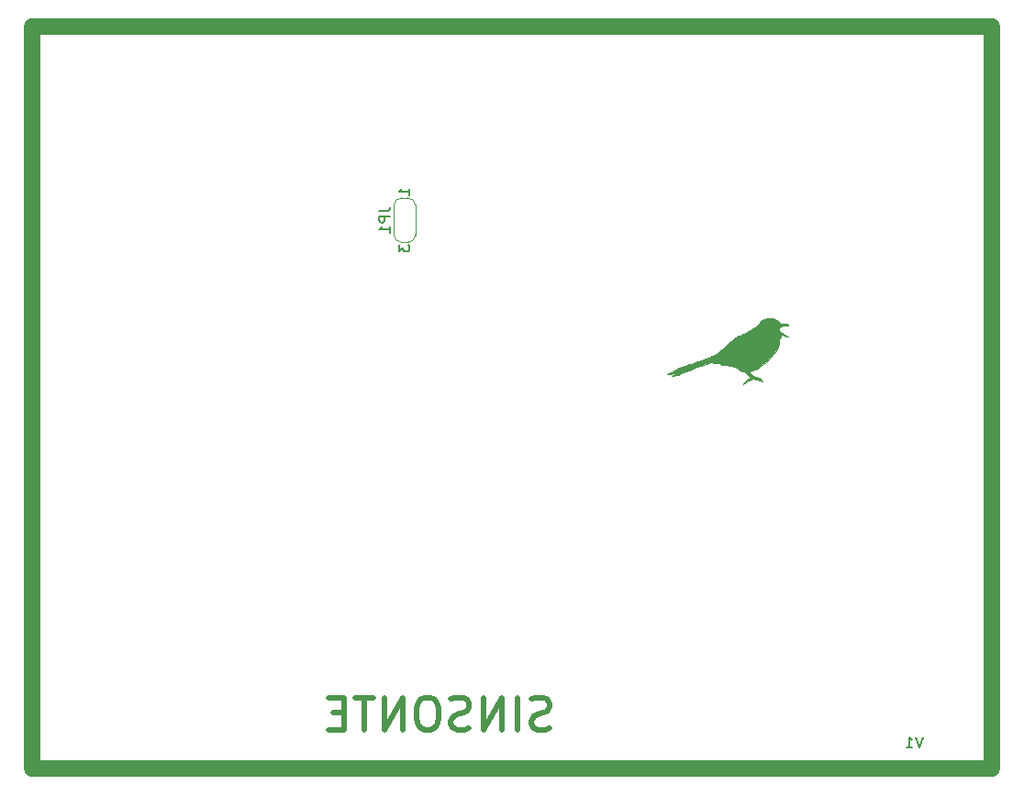
<source format=gbr>
G04 #@! TF.GenerationSoftware,KiCad,Pcbnew,5.1.5+dfsg1-2build2*
G04 #@! TF.CreationDate,2021-04-25T20:42:34-05:00*
G04 #@! TF.ProjectId,SINSONTE,53494e53-4f4e-4544-952e-6b696361645f,rev?*
G04 #@! TF.SameCoordinates,Original*
G04 #@! TF.FileFunction,Legend,Bot*
G04 #@! TF.FilePolarity,Positive*
%FSLAX46Y46*%
G04 Gerber Fmt 4.6, Leading zero omitted, Abs format (unit mm)*
G04 Created by KiCad (PCBNEW 5.1.5+dfsg1-2build2) date 2021-04-25 20:42:34*
%MOMM*%
%LPD*%
G04 APERTURE LIST*
%ADD10C,0.150000*%
%ADD11C,0.500000*%
%ADD12C,1.500000*%
%ADD13C,0.010000*%
%ADD14C,0.120000*%
G04 APERTURE END LIST*
D10*
X132889523Y-116292380D02*
X132556190Y-117292380D01*
X132222857Y-116292380D01*
X131365714Y-117292380D02*
X131937142Y-117292380D01*
X131651428Y-117292380D02*
X131651428Y-116292380D01*
X131746666Y-116435238D01*
X131841904Y-116530476D01*
X131937142Y-116578095D01*
D11*
X98479285Y-115514285D02*
X98050714Y-115657142D01*
X97336428Y-115657142D01*
X97050714Y-115514285D01*
X96907857Y-115371428D01*
X96765000Y-115085714D01*
X96765000Y-114800000D01*
X96907857Y-114514285D01*
X97050714Y-114371428D01*
X97336428Y-114228571D01*
X97907857Y-114085714D01*
X98193571Y-113942857D01*
X98336428Y-113800000D01*
X98479285Y-113514285D01*
X98479285Y-113228571D01*
X98336428Y-112942857D01*
X98193571Y-112800000D01*
X97907857Y-112657142D01*
X97193571Y-112657142D01*
X96765000Y-112800000D01*
X95479285Y-115657142D02*
X95479285Y-112657142D01*
X94050714Y-115657142D02*
X94050714Y-112657142D01*
X92336428Y-115657142D01*
X92336428Y-112657142D01*
X91050714Y-115514285D02*
X90622142Y-115657142D01*
X89907857Y-115657142D01*
X89622142Y-115514285D01*
X89479285Y-115371428D01*
X89336428Y-115085714D01*
X89336428Y-114800000D01*
X89479285Y-114514285D01*
X89622142Y-114371428D01*
X89907857Y-114228571D01*
X90479285Y-114085714D01*
X90765000Y-113942857D01*
X90907857Y-113800000D01*
X91050714Y-113514285D01*
X91050714Y-113228571D01*
X90907857Y-112942857D01*
X90765000Y-112800000D01*
X90479285Y-112657142D01*
X89765000Y-112657142D01*
X89336428Y-112800000D01*
X87479285Y-112657142D02*
X86907857Y-112657142D01*
X86622142Y-112800000D01*
X86336428Y-113085714D01*
X86193571Y-113657142D01*
X86193571Y-114657142D01*
X86336428Y-115228571D01*
X86622142Y-115514285D01*
X86907857Y-115657142D01*
X87479285Y-115657142D01*
X87765000Y-115514285D01*
X88050714Y-115228571D01*
X88193571Y-114657142D01*
X88193571Y-113657142D01*
X88050714Y-113085714D01*
X87765000Y-112800000D01*
X87479285Y-112657142D01*
X84907857Y-115657142D02*
X84907857Y-112657142D01*
X83193571Y-115657142D01*
X83193571Y-112657142D01*
X82193571Y-112657142D02*
X80479285Y-112657142D01*
X81336428Y-115657142D02*
X81336428Y-112657142D01*
X79479285Y-114085714D02*
X78479285Y-114085714D01*
X78050714Y-115657142D02*
X79479285Y-115657142D01*
X79479285Y-112657142D01*
X78050714Y-112657142D01*
D12*
X50750000Y-50750000D02*
X139250000Y-50750000D01*
X50750000Y-119250000D02*
X139250000Y-119250000D01*
X50750000Y-50750000D02*
X50750000Y-119250000D01*
X139250000Y-50750000D02*
X139250000Y-119250000D01*
D13*
G36*
X118551843Y-77616107D02*
G01*
X118442115Y-77653203D01*
X118386218Y-77690451D01*
X118343324Y-77714441D01*
X118283659Y-77733578D01*
X118279334Y-77734503D01*
X118204728Y-77757723D01*
X118119578Y-77795923D01*
X118036727Y-77841995D01*
X117969017Y-77888829D01*
X117930303Y-77927719D01*
X117835752Y-78053352D01*
X117711840Y-78189989D01*
X117567137Y-78329842D01*
X117410216Y-78465124D01*
X117249649Y-78588047D01*
X117094008Y-78690822D01*
X117083417Y-78697121D01*
X116978815Y-78756521D01*
X116851338Y-78825284D01*
X116708880Y-78899495D01*
X116559335Y-78975239D01*
X116410597Y-79048603D01*
X116270558Y-79115671D01*
X116147113Y-79172529D01*
X116048155Y-79215263D01*
X116003917Y-79232459D01*
X115877025Y-79280380D01*
X115769676Y-79326952D01*
X115674226Y-79377300D01*
X115583028Y-79436550D01*
X115488438Y-79509825D01*
X115382810Y-79602252D01*
X115258498Y-79718956D01*
X115213427Y-79762359D01*
X115098778Y-79869389D01*
X114962256Y-79990792D01*
X114816174Y-80115975D01*
X114672848Y-80234346D01*
X114569974Y-80315840D01*
X114463659Y-80399417D01*
X114368873Y-80476562D01*
X114290797Y-80542842D01*
X114234609Y-80593827D01*
X114205491Y-80625085D01*
X114202809Y-80629949D01*
X114182492Y-80663327D01*
X114139956Y-80716065D01*
X114083444Y-80778130D01*
X114068144Y-80793881D01*
X114015802Y-80845271D01*
X113969297Y-80884331D01*
X113919139Y-80916414D01*
X113855837Y-80946873D01*
X113769899Y-80981062D01*
X113673308Y-81016566D01*
X113527012Y-81070699D01*
X113412740Y-81116096D01*
X113322109Y-81156638D01*
X113246734Y-81196205D01*
X113178232Y-81238680D01*
X113146417Y-81260475D01*
X113077751Y-81300026D01*
X112974582Y-81347793D01*
X112843358Y-81401263D01*
X112690526Y-81457921D01*
X112522535Y-81515252D01*
X112368495Y-81563894D01*
X112243415Y-81602749D01*
X112092008Y-81651154D01*
X111920765Y-81706917D01*
X111736174Y-81767847D01*
X111544725Y-81831751D01*
X111352905Y-81896440D01*
X111167205Y-81959722D01*
X110994113Y-82019404D01*
X110840118Y-82073297D01*
X110711709Y-82119209D01*
X110615374Y-82154948D01*
X110595834Y-82162519D01*
X110502135Y-82201558D01*
X110386451Y-82253276D01*
X110254952Y-82314573D01*
X110113813Y-82382348D01*
X109969206Y-82453502D01*
X109827303Y-82524935D01*
X109694278Y-82593546D01*
X109576302Y-82656236D01*
X109479550Y-82709905D01*
X109410194Y-82751453D01*
X109378750Y-82773735D01*
X109315250Y-82828033D01*
X109453506Y-82817244D01*
X109546275Y-82804107D01*
X109639853Y-82781602D01*
X109693386Y-82762894D01*
X109759183Y-82737726D01*
X109813941Y-82721992D01*
X109833277Y-82719333D01*
X109874916Y-82710873D01*
X109935642Y-82689511D01*
X109963814Y-82677464D01*
X110057185Y-82648155D01*
X110157098Y-82636331D01*
X110161917Y-82636329D01*
X110267750Y-82637062D01*
X110098417Y-82718361D01*
X110021324Y-82759095D01*
X109938739Y-82808766D01*
X109857854Y-82862210D01*
X109785865Y-82914264D01*
X109729963Y-82959763D01*
X109697343Y-82993542D01*
X109693305Y-83009193D01*
X109721777Y-83012619D01*
X109777765Y-83003449D01*
X109849514Y-82984900D01*
X109925271Y-82960189D01*
X109993283Y-82932535D01*
X110017282Y-82920505D01*
X110082595Y-82891178D01*
X110120966Y-82889862D01*
X110127425Y-82894391D01*
X110159941Y-82901579D01*
X110222974Y-82887354D01*
X110317944Y-82851216D01*
X110446271Y-82792669D01*
X110519008Y-82757020D01*
X110619881Y-82711498D01*
X110730973Y-82668686D01*
X110829968Y-82637111D01*
X110839334Y-82634645D01*
X110910112Y-82612775D01*
X111009388Y-82576946D01*
X111127248Y-82530995D01*
X111253779Y-82478759D01*
X111350373Y-82436891D01*
X111470448Y-82383743D01*
X111572827Y-82338953D01*
X111663343Y-82300419D01*
X111747832Y-82266035D01*
X111832128Y-82233697D01*
X111922065Y-82201303D01*
X112023478Y-82166747D01*
X112142201Y-82127925D01*
X112284068Y-82082734D01*
X112454914Y-82029069D01*
X112651644Y-81967614D01*
X113363372Y-81745461D01*
X113699394Y-81766112D01*
X113868410Y-81778241D01*
X113999915Y-81792123D01*
X114098731Y-81808917D01*
X114169676Y-81829780D01*
X114217570Y-81855872D01*
X114247233Y-81888350D01*
X114253139Y-81899183D01*
X114271877Y-81928544D01*
X114299656Y-81949742D01*
X114342665Y-81963849D01*
X114407095Y-81971938D01*
X114499133Y-81975081D01*
X114624970Y-81974351D01*
X114681000Y-81973321D01*
X114882276Y-81978428D01*
X115081550Y-82000637D01*
X115272117Y-82038024D01*
X115447268Y-82088665D01*
X115600296Y-82150634D01*
X115724493Y-82222007D01*
X115810144Y-82297321D01*
X115868114Y-82353821D01*
X115932191Y-82401327D01*
X115951000Y-82411952D01*
X116021120Y-82451810D01*
X116089529Y-82497402D01*
X116092463Y-82499582D01*
X116147734Y-82531838D01*
X116212192Y-82546974D01*
X116281208Y-82550000D01*
X116402573Y-82550000D01*
X116965003Y-83106918D01*
X116801960Y-83198703D01*
X116626821Y-83318593D01*
X116484447Y-83461788D01*
X116388888Y-83604300D01*
X116358678Y-83662482D01*
X116340514Y-83702311D01*
X116337970Y-83714166D01*
X116357571Y-83702595D01*
X116404263Y-83671183D01*
X116470821Y-83624877D01*
X116541419Y-83574787D01*
X116651786Y-83501873D01*
X116773748Y-83431340D01*
X116898867Y-83367124D01*
X117018702Y-83313163D01*
X117124815Y-83273393D01*
X117208766Y-83251750D01*
X117239937Y-83248958D01*
X117353728Y-83259679D01*
X117492201Y-83288455D01*
X117643503Y-83331956D01*
X117795778Y-83386856D01*
X117912441Y-83437751D01*
X118006413Y-83482403D01*
X118067384Y-83510017D01*
X118100525Y-83521862D01*
X118111004Y-83519206D01*
X118103992Y-83503319D01*
X118088589Y-83480990D01*
X117997272Y-83366285D01*
X117898693Y-83265734D01*
X117799511Y-83184603D01*
X117706386Y-83128158D01*
X117625980Y-83101667D01*
X117607209Y-83100333D01*
X117565383Y-83090682D01*
X117507583Y-83066655D01*
X117490639Y-83058000D01*
X117425558Y-83030623D01*
X117364143Y-83016284D01*
X117353008Y-83015666D01*
X117323221Y-83009424D01*
X117285273Y-82988054D01*
X117234212Y-82947592D01*
X117165082Y-82884073D01*
X117072930Y-82793533D01*
X117062951Y-82783535D01*
X116984204Y-82703433D01*
X116918198Y-82634155D01*
X116869803Y-82580990D01*
X116843892Y-82549225D01*
X116841062Y-82542712D01*
X116864773Y-82535632D01*
X116920558Y-82523807D01*
X116998697Y-82509212D01*
X117047137Y-82500812D01*
X117143414Y-82480410D01*
X117242297Y-82450209D01*
X117349046Y-82407691D01*
X117468920Y-82350338D01*
X117607178Y-82275632D01*
X117769081Y-82181053D01*
X117959887Y-82064085D01*
X117961834Y-82062872D01*
X118210846Y-81889503D01*
X118450377Y-81687852D01*
X118670570Y-81467233D01*
X118861563Y-81236961D01*
X118915493Y-81161904D01*
X118994737Y-81054775D01*
X119091450Y-80935338D01*
X119191980Y-80819985D01*
X119263199Y-80744459D01*
X119460292Y-80545112D01*
X119568313Y-80215713D01*
X119612218Y-80079858D01*
X119643314Y-79976832D01*
X119662808Y-79899516D01*
X119671907Y-79840795D01*
X119671818Y-79793550D01*
X119663749Y-79750665D01*
X119652981Y-79716493D01*
X119643545Y-79680405D01*
X119644833Y-79644641D01*
X119659682Y-79598759D01*
X119690932Y-79532314D01*
X119716647Y-79482241D01*
X119758604Y-79393600D01*
X119793005Y-79306233D01*
X119813915Y-79235666D01*
X119816553Y-79220961D01*
X119829440Y-79126943D01*
X119938095Y-79167909D01*
X120010301Y-79197758D01*
X120102025Y-79239283D01*
X120195379Y-79284340D01*
X120210464Y-79291937D01*
X120318215Y-79343108D01*
X120391796Y-79369852D01*
X120431579Y-79372219D01*
X120437936Y-79350255D01*
X120422135Y-79319574D01*
X120392352Y-79291407D01*
X120333472Y-79248332D01*
X120253720Y-79195426D01*
X120161316Y-79137766D01*
X120064485Y-79080428D01*
X119971448Y-79028490D01*
X119890429Y-78987029D01*
X119863307Y-78974549D01*
X119783424Y-78938151D01*
X119732446Y-78908888D01*
X119700132Y-78877782D01*
X119676239Y-78835856D01*
X119659187Y-78795624D01*
X119632384Y-78717129D01*
X119613658Y-78639561D01*
X119609227Y-78607223D01*
X119610011Y-78551026D01*
X119630184Y-78515395D01*
X119673332Y-78484731D01*
X119721939Y-78459718D01*
X119798802Y-78425273D01*
X119892384Y-78386403D01*
X119969176Y-78356378D01*
X120071018Y-78318667D01*
X120145868Y-78294603D01*
X120205901Y-78281780D01*
X120263295Y-78277789D01*
X120330227Y-78280222D01*
X120348146Y-78281429D01*
X120443641Y-78284559D01*
X120498472Y-78277489D01*
X120513117Y-78259994D01*
X120488052Y-78231846D01*
X120473632Y-78221795D01*
X120391090Y-78185891D01*
X120279338Y-78163093D01*
X120149828Y-78154733D01*
X120014013Y-78162146D01*
X119988966Y-78165373D01*
X119821288Y-78189086D01*
X119653915Y-78012267D01*
X119508546Y-77874777D01*
X119361484Y-77771400D01*
X119200825Y-77695168D01*
X119017785Y-77639856D01*
X118845545Y-77608963D01*
X118688275Y-77601203D01*
X118551843Y-77616107D01*
G37*
X118551843Y-77616107D02*
X118442115Y-77653203D01*
X118386218Y-77690451D01*
X118343324Y-77714441D01*
X118283659Y-77733578D01*
X118279334Y-77734503D01*
X118204728Y-77757723D01*
X118119578Y-77795923D01*
X118036727Y-77841995D01*
X117969017Y-77888829D01*
X117930303Y-77927719D01*
X117835752Y-78053352D01*
X117711840Y-78189989D01*
X117567137Y-78329842D01*
X117410216Y-78465124D01*
X117249649Y-78588047D01*
X117094008Y-78690822D01*
X117083417Y-78697121D01*
X116978815Y-78756521D01*
X116851338Y-78825284D01*
X116708880Y-78899495D01*
X116559335Y-78975239D01*
X116410597Y-79048603D01*
X116270558Y-79115671D01*
X116147113Y-79172529D01*
X116048155Y-79215263D01*
X116003917Y-79232459D01*
X115877025Y-79280380D01*
X115769676Y-79326952D01*
X115674226Y-79377300D01*
X115583028Y-79436550D01*
X115488438Y-79509825D01*
X115382810Y-79602252D01*
X115258498Y-79718956D01*
X115213427Y-79762359D01*
X115098778Y-79869389D01*
X114962256Y-79990792D01*
X114816174Y-80115975D01*
X114672848Y-80234346D01*
X114569974Y-80315840D01*
X114463659Y-80399417D01*
X114368873Y-80476562D01*
X114290797Y-80542842D01*
X114234609Y-80593827D01*
X114205491Y-80625085D01*
X114202809Y-80629949D01*
X114182492Y-80663327D01*
X114139956Y-80716065D01*
X114083444Y-80778130D01*
X114068144Y-80793881D01*
X114015802Y-80845271D01*
X113969297Y-80884331D01*
X113919139Y-80916414D01*
X113855837Y-80946873D01*
X113769899Y-80981062D01*
X113673308Y-81016566D01*
X113527012Y-81070699D01*
X113412740Y-81116096D01*
X113322109Y-81156638D01*
X113246734Y-81196205D01*
X113178232Y-81238680D01*
X113146417Y-81260475D01*
X113077751Y-81300026D01*
X112974582Y-81347793D01*
X112843358Y-81401263D01*
X112690526Y-81457921D01*
X112522535Y-81515252D01*
X112368495Y-81563894D01*
X112243415Y-81602749D01*
X112092008Y-81651154D01*
X111920765Y-81706917D01*
X111736174Y-81767847D01*
X111544725Y-81831751D01*
X111352905Y-81896440D01*
X111167205Y-81959722D01*
X110994113Y-82019404D01*
X110840118Y-82073297D01*
X110711709Y-82119209D01*
X110615374Y-82154948D01*
X110595834Y-82162519D01*
X110502135Y-82201558D01*
X110386451Y-82253276D01*
X110254952Y-82314573D01*
X110113813Y-82382348D01*
X109969206Y-82453502D01*
X109827303Y-82524935D01*
X109694278Y-82593546D01*
X109576302Y-82656236D01*
X109479550Y-82709905D01*
X109410194Y-82751453D01*
X109378750Y-82773735D01*
X109315250Y-82828033D01*
X109453506Y-82817244D01*
X109546275Y-82804107D01*
X109639853Y-82781602D01*
X109693386Y-82762894D01*
X109759183Y-82737726D01*
X109813941Y-82721992D01*
X109833277Y-82719333D01*
X109874916Y-82710873D01*
X109935642Y-82689511D01*
X109963814Y-82677464D01*
X110057185Y-82648155D01*
X110157098Y-82636331D01*
X110161917Y-82636329D01*
X110267750Y-82637062D01*
X110098417Y-82718361D01*
X110021324Y-82759095D01*
X109938739Y-82808766D01*
X109857854Y-82862210D01*
X109785865Y-82914264D01*
X109729963Y-82959763D01*
X109697343Y-82993542D01*
X109693305Y-83009193D01*
X109721777Y-83012619D01*
X109777765Y-83003449D01*
X109849514Y-82984900D01*
X109925271Y-82960189D01*
X109993283Y-82932535D01*
X110017282Y-82920505D01*
X110082595Y-82891178D01*
X110120966Y-82889862D01*
X110127425Y-82894391D01*
X110159941Y-82901579D01*
X110222974Y-82887354D01*
X110317944Y-82851216D01*
X110446271Y-82792669D01*
X110519008Y-82757020D01*
X110619881Y-82711498D01*
X110730973Y-82668686D01*
X110829968Y-82637111D01*
X110839334Y-82634645D01*
X110910112Y-82612775D01*
X111009388Y-82576946D01*
X111127248Y-82530995D01*
X111253779Y-82478759D01*
X111350373Y-82436891D01*
X111470448Y-82383743D01*
X111572827Y-82338953D01*
X111663343Y-82300419D01*
X111747832Y-82266035D01*
X111832128Y-82233697D01*
X111922065Y-82201303D01*
X112023478Y-82166747D01*
X112142201Y-82127925D01*
X112284068Y-82082734D01*
X112454914Y-82029069D01*
X112651644Y-81967614D01*
X113363372Y-81745461D01*
X113699394Y-81766112D01*
X113868410Y-81778241D01*
X113999915Y-81792123D01*
X114098731Y-81808917D01*
X114169676Y-81829780D01*
X114217570Y-81855872D01*
X114247233Y-81888350D01*
X114253139Y-81899183D01*
X114271877Y-81928544D01*
X114299656Y-81949742D01*
X114342665Y-81963849D01*
X114407095Y-81971938D01*
X114499133Y-81975081D01*
X114624970Y-81974351D01*
X114681000Y-81973321D01*
X114882276Y-81978428D01*
X115081550Y-82000637D01*
X115272117Y-82038024D01*
X115447268Y-82088665D01*
X115600296Y-82150634D01*
X115724493Y-82222007D01*
X115810144Y-82297321D01*
X115868114Y-82353821D01*
X115932191Y-82401327D01*
X115951000Y-82411952D01*
X116021120Y-82451810D01*
X116089529Y-82497402D01*
X116092463Y-82499582D01*
X116147734Y-82531838D01*
X116212192Y-82546974D01*
X116281208Y-82550000D01*
X116402573Y-82550000D01*
X116965003Y-83106918D01*
X116801960Y-83198703D01*
X116626821Y-83318593D01*
X116484447Y-83461788D01*
X116388888Y-83604300D01*
X116358678Y-83662482D01*
X116340514Y-83702311D01*
X116337970Y-83714166D01*
X116357571Y-83702595D01*
X116404263Y-83671183D01*
X116470821Y-83624877D01*
X116541419Y-83574787D01*
X116651786Y-83501873D01*
X116773748Y-83431340D01*
X116898867Y-83367124D01*
X117018702Y-83313163D01*
X117124815Y-83273393D01*
X117208766Y-83251750D01*
X117239937Y-83248958D01*
X117353728Y-83259679D01*
X117492201Y-83288455D01*
X117643503Y-83331956D01*
X117795778Y-83386856D01*
X117912441Y-83437751D01*
X118006413Y-83482403D01*
X118067384Y-83510017D01*
X118100525Y-83521862D01*
X118111004Y-83519206D01*
X118103992Y-83503319D01*
X118088589Y-83480990D01*
X117997272Y-83366285D01*
X117898693Y-83265734D01*
X117799511Y-83184603D01*
X117706386Y-83128158D01*
X117625980Y-83101667D01*
X117607209Y-83100333D01*
X117565383Y-83090682D01*
X117507583Y-83066655D01*
X117490639Y-83058000D01*
X117425558Y-83030623D01*
X117364143Y-83016284D01*
X117353008Y-83015666D01*
X117323221Y-83009424D01*
X117285273Y-82988054D01*
X117234212Y-82947592D01*
X117165082Y-82884073D01*
X117072930Y-82793533D01*
X117062951Y-82783535D01*
X116984204Y-82703433D01*
X116918198Y-82634155D01*
X116869803Y-82580990D01*
X116843892Y-82549225D01*
X116841062Y-82542712D01*
X116864773Y-82535632D01*
X116920558Y-82523807D01*
X116998697Y-82509212D01*
X117047137Y-82500812D01*
X117143414Y-82480410D01*
X117242297Y-82450209D01*
X117349046Y-82407691D01*
X117468920Y-82350338D01*
X117607178Y-82275632D01*
X117769081Y-82181053D01*
X117959887Y-82064085D01*
X117961834Y-82062872D01*
X118210846Y-81889503D01*
X118450377Y-81687852D01*
X118670570Y-81467233D01*
X118861563Y-81236961D01*
X118915493Y-81161904D01*
X118994737Y-81054775D01*
X119091450Y-80935338D01*
X119191980Y-80819985D01*
X119263199Y-80744459D01*
X119460292Y-80545112D01*
X119568313Y-80215713D01*
X119612218Y-80079858D01*
X119643314Y-79976832D01*
X119662808Y-79899516D01*
X119671907Y-79840795D01*
X119671818Y-79793550D01*
X119663749Y-79750665D01*
X119652981Y-79716493D01*
X119643545Y-79680405D01*
X119644833Y-79644641D01*
X119659682Y-79598759D01*
X119690932Y-79532314D01*
X119716647Y-79482241D01*
X119758604Y-79393600D01*
X119793005Y-79306233D01*
X119813915Y-79235666D01*
X119816553Y-79220961D01*
X119829440Y-79126943D01*
X119938095Y-79167909D01*
X120010301Y-79197758D01*
X120102025Y-79239283D01*
X120195379Y-79284340D01*
X120210464Y-79291937D01*
X120318215Y-79343108D01*
X120391796Y-79369852D01*
X120431579Y-79372219D01*
X120437936Y-79350255D01*
X120422135Y-79319574D01*
X120392352Y-79291407D01*
X120333472Y-79248332D01*
X120253720Y-79195426D01*
X120161316Y-79137766D01*
X120064485Y-79080428D01*
X119971448Y-79028490D01*
X119890429Y-78987029D01*
X119863307Y-78974549D01*
X119783424Y-78938151D01*
X119732446Y-78908888D01*
X119700132Y-78877782D01*
X119676239Y-78835856D01*
X119659187Y-78795624D01*
X119632384Y-78717129D01*
X119613658Y-78639561D01*
X119609227Y-78607223D01*
X119610011Y-78551026D01*
X119630184Y-78515395D01*
X119673332Y-78484731D01*
X119721939Y-78459718D01*
X119798802Y-78425273D01*
X119892384Y-78386403D01*
X119969176Y-78356378D01*
X120071018Y-78318667D01*
X120145868Y-78294603D01*
X120205901Y-78281780D01*
X120263295Y-78277789D01*
X120330227Y-78280222D01*
X120348146Y-78281429D01*
X120443641Y-78284559D01*
X120498472Y-78277489D01*
X120513117Y-78259994D01*
X120488052Y-78231846D01*
X120473632Y-78221795D01*
X120391090Y-78185891D01*
X120279338Y-78163093D01*
X120149828Y-78154733D01*
X120014013Y-78162146D01*
X119988966Y-78165373D01*
X119821288Y-78189086D01*
X119653915Y-78012267D01*
X119508546Y-77874777D01*
X119361484Y-77771400D01*
X119200825Y-77695168D01*
X119017785Y-77639856D01*
X118845545Y-77608963D01*
X118688275Y-77601203D01*
X118551843Y-77616107D01*
D14*
X84790000Y-66530000D02*
G75*
G03X84090000Y-67230000I0J-700000D01*
G01*
X86090000Y-67230000D02*
G75*
G03X85390000Y-66530000I-700000J0D01*
G01*
X85390000Y-70630000D02*
G75*
G03X86090000Y-69930000I0J700000D01*
G01*
X84090000Y-69930000D02*
G75*
G03X84790000Y-70630000I700000J0D01*
G01*
X84090000Y-67180000D02*
X84090000Y-69980000D01*
X84790000Y-70630000D02*
X85390000Y-70630000D01*
X86090000Y-69980000D02*
X86090000Y-67180000D01*
X85390000Y-66530000D02*
X84790000Y-66530000D01*
D10*
X82742380Y-67746666D02*
X83456666Y-67746666D01*
X83599523Y-67699047D01*
X83694761Y-67603809D01*
X83742380Y-67460952D01*
X83742380Y-67365714D01*
X83742380Y-68222857D02*
X82742380Y-68222857D01*
X82742380Y-68603809D01*
X82790000Y-68699047D01*
X82837619Y-68746666D01*
X82932857Y-68794285D01*
X83075714Y-68794285D01*
X83170952Y-68746666D01*
X83218571Y-68699047D01*
X83266190Y-68603809D01*
X83266190Y-68222857D01*
X83742380Y-69746666D02*
X83742380Y-69175238D01*
X83742380Y-69460952D02*
X82742380Y-69460952D01*
X82885238Y-69365714D01*
X82980476Y-69270476D01*
X83028095Y-69175238D01*
X85542380Y-66265714D02*
X85542380Y-65694285D01*
X85542380Y-65980000D02*
X84542380Y-65980000D01*
X84685238Y-65884761D01*
X84780476Y-65789523D01*
X84828095Y-65694285D01*
X84542380Y-70846666D02*
X84542380Y-71465714D01*
X84923333Y-71132380D01*
X84923333Y-71275238D01*
X84970952Y-71370476D01*
X85018571Y-71418095D01*
X85113809Y-71465714D01*
X85351904Y-71465714D01*
X85447142Y-71418095D01*
X85494761Y-71370476D01*
X85542380Y-71275238D01*
X85542380Y-70989523D01*
X85494761Y-70894285D01*
X85447142Y-70846666D01*
M02*

</source>
